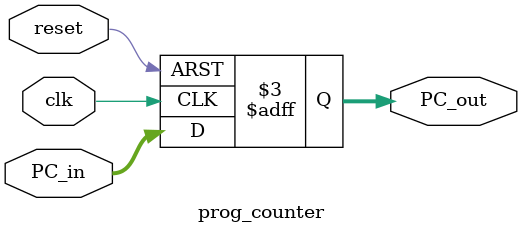
<source format=v>
`timescale 1ns / 1ps
module prog_counter(
    input [31:0] PC_in,
	 input clk,
	 input reset,
	 output reg [31:0] PC_out
    );
      always @(posedge clk or posedge reset)
	   begin
		      if(reset == 1)
			   begin
				      PC_out = 32'd0; // reset condition -> 2nd Address on the Instruction Fetch Memory
			   end
				
		      else
			   begin
				      PC_out = PC_in; // set next value of pc
			   end
	   end
endmodule

</source>
